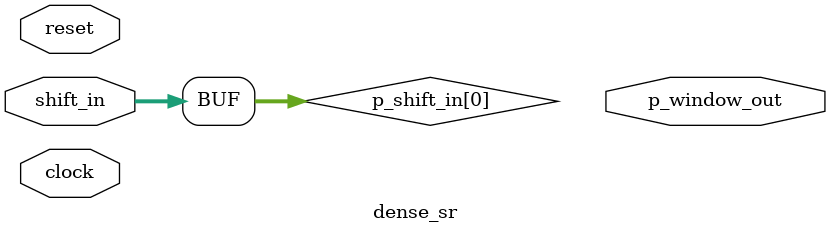
<source format=v>
/*
     Parallel SR      
     Window
in ->[0,0][1,0][2,0]-> to next row
    >[0,1][1,1][2,1]-> to next row
    >[0,2][1,2][2,2]>

*/
module dense_sr #( 
  parameter P_SR_DEPTH = -1,
  parameter NUM_SR_ROWS = -1 // the y dimension of the parallel out 'window'
)(
  input clock,
  input reset,
  input [7:0] shift_in,

  output [8*P_SR_DEPTH*NUM_SR_ROWS-1:0] p_window_out
);

// reg declarations
// wire declarations
wire [7:0] p_shift_in [NUM_SR_ROWS:0];
//wire [7:0] p_shift_out [NUM_SR_ROWS-1:0];
wire [8*P_SR_DEPTH-1:0] p_sr_vector [NUM_SR_ROWS-1:0];

// assign statments
assign p_shift_in[0] = shift_in;

genvar i;
generate
// Instantiate Parallel Out Shift Regs
for(i=0; i<NUM_SR_ROWS; i=i+1) begin : p_sr_loop
  parallel_out_sr #(
    .DEPTH(P_SR_DEPTH)
  )
  p_sr_inst (
    .clock(clock),
    .reset(reset),
    .shift_in(p_shift_in[i]),
    .shift_out(p_shift_in[i+1]),
    .p_out(p_sr_vector[i])
  );
end 


// connect p out vectors to window output
for(i=0; i<NUM_SR_ROWS; i=i+1) begin : connect_window_wire
  assign p_window_out[i*8*P_SR_DEPTH+8*P_SR_DEPTH-1:i*8*P_SR_DEPTH] = p_sr_vector[i];
end

endgenerate

endmodule

</source>
